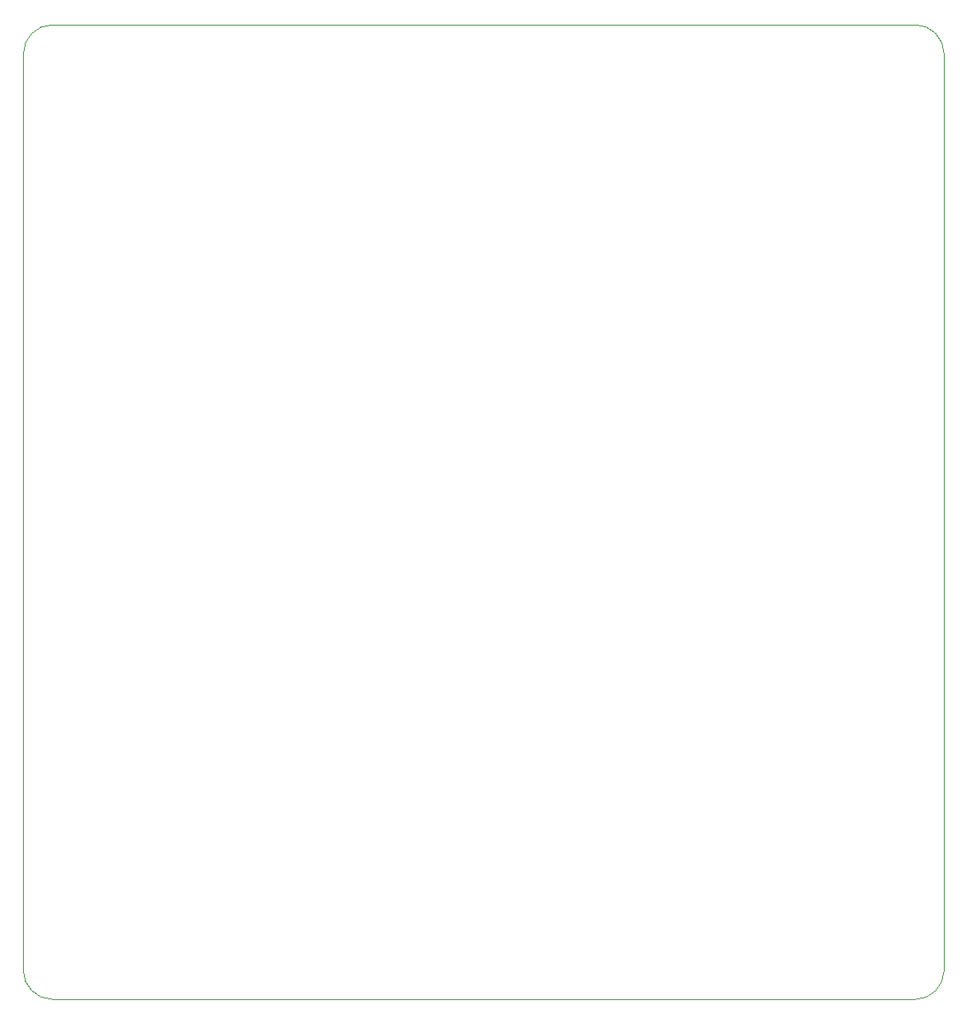
<source format=gbr>
G04 #@! TF.GenerationSoftware,KiCad,Pcbnew,8.0.5-8.0.5-0~ubuntu22.04.1*
G04 #@! TF.CreationDate,2024-09-10T18:29:42+02:00*
G04 #@! TF.ProjectId,Motherboard,4d6f7468-6572-4626-9f61-72642e6b6963,1.0*
G04 #@! TF.SameCoordinates,Original*
G04 #@! TF.FileFunction,Profile,NP*
%FSLAX46Y46*%
G04 Gerber Fmt 4.6, Leading zero omitted, Abs format (unit mm)*
G04 Created by KiCad (PCBNEW 8.0.5-8.0.5-0~ubuntu22.04.1) date 2024-09-10 18:29:42*
%MOMM*%
%LPD*%
G01*
G04 APERTURE LIST*
G04 #@! TA.AperFunction,Profile*
%ADD10C,0.050000*%
G04 #@! TD*
G04 APERTURE END LIST*
D10*
X104000000Y-135000000D02*
G75*
G02*
X101000000Y-132000000I0J3000000D01*
G01*
X101000000Y-38000000D02*
G75*
G02*
X104000000Y-35000000I3000000J0D01*
G01*
X192500000Y-135000000D02*
X104000000Y-135000000D01*
X195500000Y-132000000D02*
G75*
G02*
X192500000Y-135000000I-3000000J0D01*
G01*
X104000000Y-35000000D02*
X192500000Y-35000000D01*
X192500000Y-35000000D02*
G75*
G02*
X195500000Y-38000000I0J-3000000D01*
G01*
X101000000Y-132000000D02*
X101000000Y-38000000D01*
X195500000Y-38000000D02*
X195500000Y-132000000D01*
M02*

</source>
